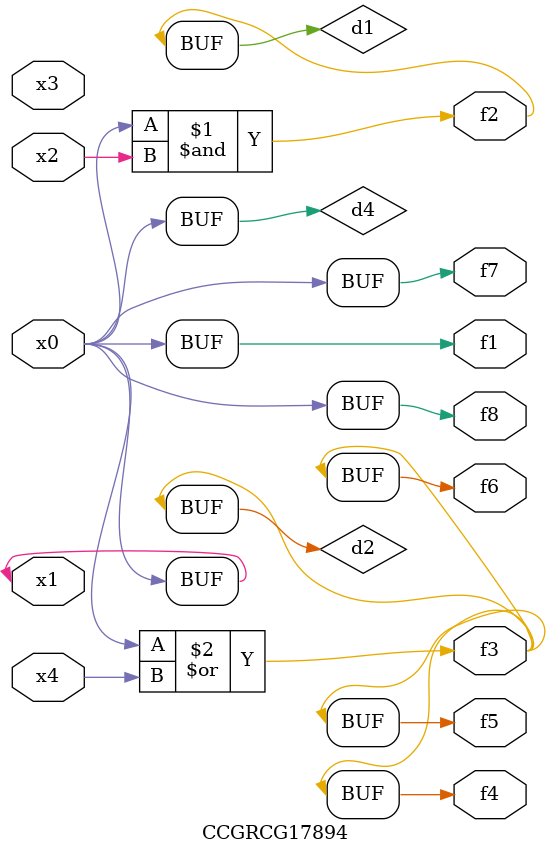
<source format=v>
module CCGRCG17894(
	input x0, x1, x2, x3, x4,
	output f1, f2, f3, f4, f5, f6, f7, f8
);

	wire d1, d2, d3, d4;

	and (d1, x0, x2);
	or (d2, x0, x4);
	nand (d3, x0, x2);
	buf (d4, x0, x1);
	assign f1 = d4;
	assign f2 = d1;
	assign f3 = d2;
	assign f4 = d2;
	assign f5 = d2;
	assign f6 = d2;
	assign f7 = d4;
	assign f8 = d4;
endmodule

</source>
